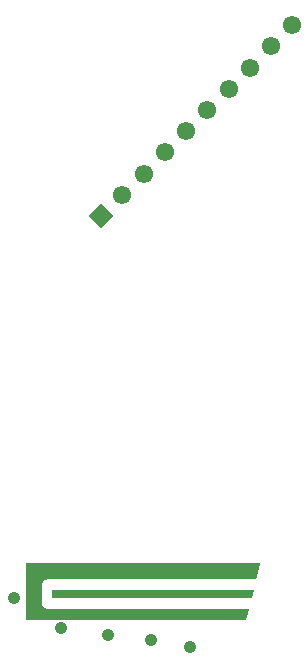
<source format=gts>
%FSLAX33Y33*%
%MOMM*%
%AMRect-W1550000-H1550000-RO1.750*
21,1,1.55,1.55,0.,0.,45*%
%ADD10C,0.0508*%
%ADD11C,1.0668*%
%ADD12C,1.55*%
%ADD13Rect-W1550000-H1550000-RO1.750*%
D10*
%LNpour fill*%
G01*
X46664Y6516D02*
X46664Y6516D01*
X29649Y6516*
X29648Y6516*
X29557Y6525*
X29554Y6526*
X29466Y6553*
X29464Y6554*
X29382Y6597*
X29380Y6599*
X29309Y6657*
X29307Y6659*
X29249Y6730*
X29247Y6732*
X29204Y6814*
X29203Y6816*
X29176Y6904*
X29175Y6907*
X29166Y6998*
X29166Y6999*
X29166Y8601*
X29166Y8602*
X29175Y8693*
X29176Y8696*
X29203Y8784*
X29204Y8786*
X29247Y8868*
X29249Y8870*
X29307Y8941*
X29309Y8943*
X29380Y9001*
X29382Y9003*
X29464Y9046*
X29466Y9047*
X29554Y9074*
X29557Y9075*
X29648Y9084*
X29649Y9084*
X47315Y9084*
X47622Y10425*
X27875Y10425*
X27875Y5625*
X46411Y5625*
X46664Y6516*
X27875Y5650D02*
X46418Y5650D01*
X27875Y5699D02*
X46432Y5699D01*
X27875Y5749D02*
X46446Y5749D01*
X27875Y5798D02*
X46460Y5798D01*
X27875Y5848D02*
X46474Y5848D01*
X27875Y5897D02*
X46488Y5897D01*
X27875Y5947D02*
X46502Y5947D01*
X27875Y5996D02*
X46516Y5996D01*
X27875Y6046D02*
X46530Y6046D01*
X27875Y6095D02*
X46544Y6095D01*
X27875Y6145D02*
X46558Y6145D01*
X27875Y6194D02*
X46573Y6194D01*
X27875Y6244D02*
X46587Y6244D01*
X27875Y6293D02*
X46601Y6293D01*
X27875Y6343D02*
X46615Y6343D01*
X27875Y6392D02*
X46629Y6392D01*
X27875Y6442D02*
X46643Y6442D01*
X27875Y6492D02*
X46657Y6492D01*
X27875Y6541D02*
X29505Y6541D01*
X27875Y6591D02*
X29395Y6591D01*
X27875Y6640D02*
X29330Y6640D01*
X27875Y6690D02*
X29282Y6690D01*
X27875Y6739D02*
X29244Y6739D01*
X27875Y6789D02*
X29217Y6789D01*
X27875Y6838D02*
X29196Y6838D01*
X27875Y6888D02*
X29181Y6888D01*
X27875Y6937D02*
X29172Y6937D01*
X27875Y6987D02*
X29168Y6987D01*
X27875Y7036D02*
X29166Y7036D01*
X27875Y7086D02*
X29166Y7086D01*
X27875Y7135D02*
X29166Y7135D01*
X27875Y7185D02*
X29166Y7185D01*
X27875Y7234D02*
X29166Y7234D01*
X27875Y7284D02*
X29166Y7284D01*
X27875Y7334D02*
X29166Y7334D01*
X27875Y7383D02*
X29166Y7383D01*
X27875Y7433D02*
X29166Y7433D01*
X27875Y7482D02*
X29166Y7482D01*
X27875Y7532D02*
X29166Y7532D01*
X27875Y7581D02*
X29166Y7581D01*
X27875Y7631D02*
X29166Y7631D01*
X27875Y7680D02*
X29166Y7680D01*
X27875Y7730D02*
X29166Y7730D01*
X27875Y7779D02*
X29166Y7779D01*
X27875Y7829D02*
X29166Y7829D01*
X27875Y7878D02*
X29166Y7878D01*
X27875Y7928D02*
X29166Y7928D01*
X27875Y7977D02*
X29166Y7977D01*
X27875Y8027D02*
X29166Y8027D01*
X27875Y8076D02*
X29166Y8076D01*
X27875Y8126D02*
X29166Y8126D01*
X27875Y8176D02*
X29166Y8176D01*
X27875Y8225D02*
X29166Y8225D01*
X27875Y8275D02*
X29166Y8275D01*
X27875Y8324D02*
X29166Y8324D01*
X27875Y8374D02*
X29166Y8374D01*
X27875Y8423D02*
X29166Y8423D01*
X27875Y8473D02*
X29166Y8473D01*
X27875Y8522D02*
X29166Y8522D01*
X27875Y8572D02*
X29166Y8572D01*
X27875Y8621D02*
X29168Y8621D01*
X27875Y8671D02*
X29173Y8671D01*
X27875Y8720D02*
X29183Y8720D01*
X27875Y8770D02*
X29198Y8770D01*
X27875Y8819D02*
X29221Y8819D01*
X27875Y8869D02*
X29248Y8869D01*
X27875Y8919D02*
X29289Y8919D01*
X27875Y8968D02*
X29340Y8968D01*
X27875Y9018D02*
X29410Y9018D01*
X27875Y9067D02*
X29531Y9067D01*
X27875Y9117D02*
X47322Y9117D01*
X27875Y9166D02*
X47334Y9166D01*
X27875Y9216D02*
X47345Y9216D01*
X27875Y9265D02*
X47356Y9265D01*
X27875Y9315D02*
X47368Y9315D01*
X27875Y9364D02*
X47379Y9364D01*
X27875Y9414D02*
X47390Y9414D01*
X27875Y9463D02*
X47402Y9463D01*
X27875Y9513D02*
X47413Y9513D01*
X27875Y9562D02*
X47424Y9562D01*
X27875Y9612D02*
X47436Y9612D01*
X27875Y9661D02*
X47447Y9661D01*
X27875Y9711D02*
X47458Y9711D01*
X27875Y9761D02*
X47470Y9761D01*
X27875Y9810D02*
X47481Y9810D01*
X27875Y9860D02*
X47493Y9860D01*
X27875Y9909D02*
X47504Y9909D01*
X27875Y9959D02*
X47515Y9959D01*
X27875Y10008D02*
X47527Y10008D01*
X27875Y10058D02*
X47538Y10058D01*
X27875Y10107D02*
X47549Y10107D01*
X27875Y10157D02*
X47561Y10157D01*
X27875Y10206D02*
X47572Y10206D01*
X27875Y10256D02*
X47583Y10256D01*
X27875Y10305D02*
X47595Y10305D01*
X27875Y10355D02*
X47606Y10355D01*
X27875Y10404D02*
X47617Y10404D01*
X47081Y8116D02*
X47081Y8116D01*
X30134Y8116*
X30134Y7484*
X46918Y7484*
X47081Y8116*
X30134Y7508D02*
X46924Y7508D01*
X30134Y7557D02*
X46937Y7557D01*
X30134Y7607D02*
X46950Y7607D01*
X30134Y7656D02*
X46963Y7656D01*
X30134Y7706D02*
X46975Y7706D01*
X30134Y7755D02*
X46988Y7755D01*
X30134Y7805D02*
X47001Y7805D01*
X30134Y7854D02*
X47013Y7854D01*
X30134Y7904D02*
X47026Y7904D01*
X30134Y7954D02*
X47039Y7954D01*
X30134Y8003D02*
X47052Y8003D01*
X30134Y8053D02*
X47064Y8053D01*
X30134Y8102D02*
X47077Y8102D01*
%LNtop solder mask_traces*%
D11*
X41800Y3300D03*
X38500Y3900D03*
X30900Y4900D03*
X34850Y4300D03*
X26850Y7400D03*
%LNtop solder mask component f3a27893b55f737a*%
D12*
X36064Y41564D03*
X37860Y43360D03*
X39656Y45156D03*
X41452Y46952D03*
X43248Y48748D03*
X45044Y50544D03*
X46840Y52340D03*
X48636Y54136D03*
X50432Y55932D03*
D13*
X34268Y39768D03*
M02*
</source>
